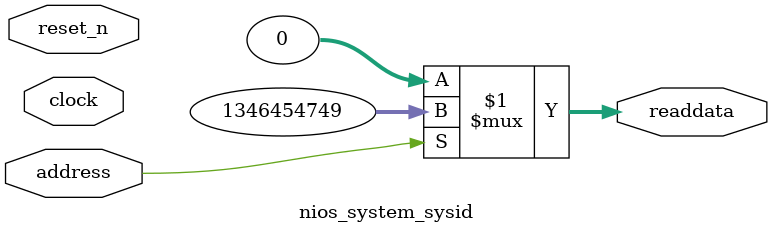
<source format=v>

`timescale 1ns / 1ps
// synthesis translate_on

// turn off superfluous verilog processor warnings 
// altera message_level Level1 
// altera message_off 10034 10035 10036 10037 10230 10240 10030 

module nios_system_sysid (
               // inputs:
                address,
                clock,
                reset_n,

               // outputs:
                readdata
             )
;

  output  [ 31: 0] readdata;
  input            address;
  input            clock;
  input            reset_n;

  wire    [ 31: 0] readdata;
  //control_slave, which is an e_avalon_slave
  assign readdata = address ? 1346454749 : 0;

endmodule




</source>
